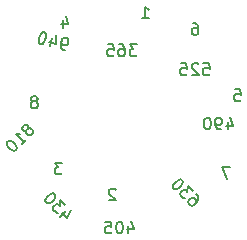
<source format=gbr>
G04 #@! TF.GenerationSoftware,KiCad,Pcbnew,(5.1.5)-3*
G04 #@! TF.CreationDate,2021-01-26T15:57:08+01:00*
G04 #@! TF.ProjectId,LED_multiplexer,4c45445f-6d75-46c7-9469-706c65786572,v01*
G04 #@! TF.SameCoordinates,Original*
G04 #@! TF.FileFunction,Other,ECO2*
%FSLAX46Y46*%
G04 Gerber Fmt 4.6, Leading zero omitted, Abs format (unit mm)*
G04 Created by KiCad (PCBNEW (5.1.5)-3) date 2021-01-26 15:57:08*
%MOMM*%
%LPD*%
G04 APERTURE LIST*
%ADD10C,0.150000*%
G04 APERTURE END LIST*
D10*
X22256599Y-37075042D02*
X22290270Y-36974026D01*
X22290270Y-36906683D01*
X22256599Y-36805668D01*
X22222927Y-36771996D01*
X22121912Y-36738324D01*
X22054568Y-36738324D01*
X21953553Y-36771996D01*
X21818866Y-36906683D01*
X21785194Y-37007698D01*
X21785194Y-37075042D01*
X21818866Y-37176057D01*
X21852538Y-37209729D01*
X21953553Y-37243400D01*
X22020896Y-37243400D01*
X22121912Y-37209729D01*
X22256599Y-37075042D01*
X22357614Y-37041370D01*
X22424957Y-37041370D01*
X22525973Y-37075042D01*
X22660660Y-37209729D01*
X22694331Y-37310744D01*
X22694331Y-37378087D01*
X22660660Y-37479103D01*
X22525973Y-37613790D01*
X22424957Y-37647461D01*
X22357614Y-37647461D01*
X22256599Y-37613790D01*
X22121912Y-37479103D01*
X22088240Y-37378087D01*
X22088240Y-37310744D01*
X22121912Y-37209729D01*
X21717851Y-38421912D02*
X22121912Y-38017851D01*
X21919881Y-38219881D02*
X21212774Y-37512774D01*
X21381133Y-37546446D01*
X21515820Y-37546446D01*
X21616835Y-37512774D01*
X20573011Y-38152538D02*
X20505668Y-38219881D01*
X20471996Y-38320896D01*
X20471996Y-38388240D01*
X20505668Y-38489255D01*
X20606683Y-38657614D01*
X20775042Y-38825973D01*
X20943400Y-38926988D01*
X21044416Y-38960660D01*
X21111759Y-38960660D01*
X21212774Y-38926988D01*
X21280118Y-38859644D01*
X21313790Y-38758629D01*
X21313790Y-38691286D01*
X21280118Y-38590270D01*
X21179103Y-38421912D01*
X21010744Y-38253553D01*
X20842385Y-38152538D01*
X20741370Y-38118866D01*
X20674026Y-38118866D01*
X20573011Y-38152538D01*
X36525973Y-42651522D02*
X36660660Y-42786209D01*
X36694331Y-42887225D01*
X36694331Y-42954568D01*
X36660660Y-43122927D01*
X36559644Y-43291286D01*
X36290270Y-43560660D01*
X36189255Y-43594331D01*
X36121912Y-43594331D01*
X36020896Y-43560660D01*
X35886209Y-43425973D01*
X35852538Y-43324957D01*
X35852538Y-43257614D01*
X35886209Y-43156599D01*
X36054568Y-42988240D01*
X36155583Y-42954568D01*
X36222927Y-42954568D01*
X36323942Y-42988240D01*
X36458629Y-43122927D01*
X36492301Y-43223942D01*
X36492301Y-43291286D01*
X36458629Y-43392301D01*
X36222927Y-42348477D02*
X35785194Y-41910744D01*
X35751522Y-42415820D01*
X35650507Y-42314805D01*
X35549492Y-42281133D01*
X35482148Y-42281133D01*
X35381133Y-42314805D01*
X35212774Y-42483164D01*
X35179103Y-42584179D01*
X35179103Y-42651522D01*
X35212774Y-42752538D01*
X35414805Y-42954568D01*
X35515820Y-42988240D01*
X35583164Y-42988240D01*
X35347461Y-41473011D02*
X35280118Y-41405668D01*
X35179103Y-41371996D01*
X35111759Y-41371996D01*
X35010744Y-41405668D01*
X34842385Y-41506683D01*
X34674026Y-41675042D01*
X34573011Y-41843400D01*
X34539339Y-41944416D01*
X34539339Y-42011759D01*
X34573011Y-42112774D01*
X34640355Y-42180118D01*
X34741370Y-42213790D01*
X34808713Y-42213790D01*
X34909729Y-42180118D01*
X35078087Y-42079103D01*
X35246446Y-41910744D01*
X35347461Y-41742385D01*
X35381133Y-41641370D01*
X35381133Y-41574026D01*
X35347461Y-41473011D01*
X37114285Y-31552380D02*
X37590476Y-31552380D01*
X37638095Y-32028571D01*
X37590476Y-31980952D01*
X37495238Y-31933333D01*
X37257142Y-31933333D01*
X37161904Y-31980952D01*
X37114285Y-32028571D01*
X37066666Y-32123809D01*
X37066666Y-32361904D01*
X37114285Y-32457142D01*
X37161904Y-32504761D01*
X37257142Y-32552380D01*
X37495238Y-32552380D01*
X37590476Y-32504761D01*
X37638095Y-32457142D01*
X36685714Y-31647619D02*
X36638095Y-31600000D01*
X36542857Y-31552380D01*
X36304761Y-31552380D01*
X36209523Y-31600000D01*
X36161904Y-31647619D01*
X36114285Y-31742857D01*
X36114285Y-31838095D01*
X36161904Y-31980952D01*
X36733333Y-32552380D01*
X36114285Y-32552380D01*
X35209523Y-31552380D02*
X35685714Y-31552380D01*
X35733333Y-32028571D01*
X35685714Y-31980952D01*
X35590476Y-31933333D01*
X35352380Y-31933333D01*
X35257142Y-31980952D01*
X35209523Y-32028571D01*
X35161904Y-32123809D01*
X35161904Y-32361904D01*
X35209523Y-32457142D01*
X35257142Y-32504761D01*
X35352380Y-32552380D01*
X35590476Y-32552380D01*
X35685714Y-32504761D01*
X35733333Y-32457142D01*
X39161904Y-36485714D02*
X39161904Y-37152380D01*
X39400000Y-36104761D02*
X39638095Y-36819047D01*
X39019047Y-36819047D01*
X38590476Y-37152380D02*
X38400000Y-37152380D01*
X38304761Y-37104761D01*
X38257142Y-37057142D01*
X38161904Y-36914285D01*
X38114285Y-36723809D01*
X38114285Y-36342857D01*
X38161904Y-36247619D01*
X38209523Y-36200000D01*
X38304761Y-36152380D01*
X38495238Y-36152380D01*
X38590476Y-36200000D01*
X38638095Y-36247619D01*
X38685714Y-36342857D01*
X38685714Y-36580952D01*
X38638095Y-36676190D01*
X38590476Y-36723809D01*
X38495238Y-36771428D01*
X38304761Y-36771428D01*
X38209523Y-36723809D01*
X38161904Y-36676190D01*
X38114285Y-36580952D01*
X37495238Y-36152380D02*
X37400000Y-36152380D01*
X37304761Y-36200000D01*
X37257142Y-36247619D01*
X37209523Y-36342857D01*
X37161904Y-36533333D01*
X37161904Y-36771428D01*
X37209523Y-36961904D01*
X37257142Y-37057142D01*
X37304761Y-37104761D01*
X37400000Y-37152380D01*
X37495238Y-37152380D01*
X37590476Y-37104761D01*
X37638095Y-37057142D01*
X37685714Y-36961904D01*
X37733333Y-36771428D01*
X37733333Y-36533333D01*
X37685714Y-36342857D01*
X37638095Y-36247619D01*
X37590476Y-36200000D01*
X37495238Y-36152380D01*
X25386830Y-30432759D02*
X25202844Y-30383460D01*
X25123176Y-30312814D01*
X25089504Y-30254493D01*
X25034485Y-30091854D01*
X25037788Y-29895544D01*
X25136385Y-29527572D01*
X25207031Y-29447904D01*
X25265353Y-29414232D01*
X25369670Y-29392885D01*
X25553656Y-29442184D01*
X25633324Y-29512830D01*
X25666996Y-29571151D01*
X25688343Y-29675469D01*
X25626719Y-29905451D01*
X25556074Y-29985119D01*
X25497752Y-30018791D01*
X25393435Y-30040138D01*
X25209449Y-29990839D01*
X25129781Y-29920193D01*
X25096109Y-29861872D01*
X25074762Y-29757554D01*
X24271475Y-29443717D02*
X24098929Y-30087667D01*
X24600055Y-29137368D02*
X24645167Y-29888939D01*
X24047212Y-29728718D01*
X23667801Y-28936871D02*
X23575808Y-28912221D01*
X23471490Y-28933568D01*
X23413169Y-28967240D01*
X23342523Y-29046908D01*
X23247228Y-29218569D01*
X23185604Y-29448552D01*
X23182302Y-29644862D01*
X23203649Y-29749180D01*
X23237321Y-29807501D01*
X23316989Y-29878147D01*
X23408982Y-29902796D01*
X23513299Y-29881449D01*
X23571621Y-29847778D01*
X23642267Y-29768109D01*
X23737562Y-29596448D01*
X23799185Y-29366466D01*
X23802488Y-29170155D01*
X23781141Y-29065838D01*
X23747469Y-29007516D01*
X23667801Y-28936871D01*
X25490270Y-44087225D02*
X25018866Y-44558629D01*
X25928003Y-43986209D02*
X25591286Y-44659644D01*
X25153553Y-44221912D01*
X25422927Y-43548477D02*
X24985194Y-43110744D01*
X24951522Y-43615820D01*
X24850507Y-43514805D01*
X24749492Y-43481133D01*
X24682148Y-43481133D01*
X24581133Y-43514805D01*
X24412774Y-43683164D01*
X24379103Y-43784179D01*
X24379103Y-43851522D01*
X24412774Y-43952538D01*
X24614805Y-44154568D01*
X24715820Y-44188240D01*
X24783164Y-44188240D01*
X24547461Y-42673011D02*
X24480118Y-42605668D01*
X24379103Y-42571996D01*
X24311759Y-42571996D01*
X24210744Y-42605668D01*
X24042385Y-42706683D01*
X23874026Y-42875042D01*
X23773011Y-43043400D01*
X23739339Y-43144416D01*
X23739339Y-43211759D01*
X23773011Y-43312774D01*
X23840355Y-43380118D01*
X23941370Y-43413790D01*
X24008713Y-43413790D01*
X24109729Y-43380118D01*
X24278087Y-43279103D01*
X24446446Y-43110744D01*
X24547461Y-42942385D01*
X24581133Y-42841370D01*
X24581133Y-42774026D01*
X24547461Y-42673011D01*
X30761904Y-45285714D02*
X30761904Y-45952380D01*
X31000000Y-44904761D02*
X31238095Y-45619047D01*
X30619047Y-45619047D01*
X30047619Y-44952380D02*
X29952380Y-44952380D01*
X29857142Y-45000000D01*
X29809523Y-45047619D01*
X29761904Y-45142857D01*
X29714285Y-45333333D01*
X29714285Y-45571428D01*
X29761904Y-45761904D01*
X29809523Y-45857142D01*
X29857142Y-45904761D01*
X29952380Y-45952380D01*
X30047619Y-45952380D01*
X30142857Y-45904761D01*
X30190476Y-45857142D01*
X30238095Y-45761904D01*
X30285714Y-45571428D01*
X30285714Y-45333333D01*
X30238095Y-45142857D01*
X30190476Y-45047619D01*
X30142857Y-45000000D01*
X30047619Y-44952380D01*
X28809523Y-44952380D02*
X29285714Y-44952380D01*
X29333333Y-45428571D01*
X29285714Y-45380952D01*
X29190476Y-45333333D01*
X28952380Y-45333333D01*
X28857142Y-45380952D01*
X28809523Y-45428571D01*
X28761904Y-45523809D01*
X28761904Y-45761904D01*
X28809523Y-45857142D01*
X28857142Y-45904761D01*
X28952380Y-45952380D01*
X29190476Y-45952380D01*
X29285714Y-45904761D01*
X29333333Y-45857142D01*
X31485714Y-29952380D02*
X30866666Y-29952380D01*
X31200000Y-30333333D01*
X31057142Y-30333333D01*
X30961904Y-30380952D01*
X30914285Y-30428571D01*
X30866666Y-30523809D01*
X30866666Y-30761904D01*
X30914285Y-30857142D01*
X30961904Y-30904761D01*
X31057142Y-30952380D01*
X31342857Y-30952380D01*
X31438095Y-30904761D01*
X31485714Y-30857142D01*
X30009523Y-29952380D02*
X30200000Y-29952380D01*
X30295238Y-30000000D01*
X30342857Y-30047619D01*
X30438095Y-30190476D01*
X30485714Y-30380952D01*
X30485714Y-30761904D01*
X30438095Y-30857142D01*
X30390476Y-30904761D01*
X30295238Y-30952380D01*
X30104761Y-30952380D01*
X30009523Y-30904761D01*
X29961904Y-30857142D01*
X29914285Y-30761904D01*
X29914285Y-30523809D01*
X29961904Y-30428571D01*
X30009523Y-30380952D01*
X30104761Y-30333333D01*
X30295238Y-30333333D01*
X30390476Y-30380952D01*
X30438095Y-30428571D01*
X30485714Y-30523809D01*
X29009523Y-29952380D02*
X29485714Y-29952380D01*
X29533333Y-30428571D01*
X29485714Y-30380952D01*
X29390476Y-30333333D01*
X29152380Y-30333333D01*
X29057142Y-30380952D01*
X29009523Y-30428571D01*
X28961904Y-30523809D01*
X28961904Y-30761904D01*
X29009523Y-30857142D01*
X29057142Y-30904761D01*
X29152380Y-30952380D01*
X29390476Y-30952380D01*
X29485714Y-30904761D01*
X29533333Y-30857142D01*
X31914285Y-27752380D02*
X32485714Y-27752380D01*
X32200000Y-27752380D02*
X32200000Y-26752380D01*
X32295238Y-26895238D01*
X32390476Y-26990476D01*
X32485714Y-27038095D01*
X22704761Y-34780952D02*
X22609523Y-34733333D01*
X22561904Y-34685714D01*
X22514285Y-34590476D01*
X22514285Y-34542857D01*
X22561904Y-34447619D01*
X22609523Y-34400000D01*
X22704761Y-34352380D01*
X22895238Y-34352380D01*
X22990476Y-34400000D01*
X23038095Y-34447619D01*
X23085714Y-34542857D01*
X23085714Y-34590476D01*
X23038095Y-34685714D01*
X22990476Y-34733333D01*
X22895238Y-34780952D01*
X22704761Y-34780952D01*
X22609523Y-34828571D01*
X22561904Y-34876190D01*
X22514285Y-34971428D01*
X22514285Y-35161904D01*
X22561904Y-35257142D01*
X22609523Y-35304761D01*
X22704761Y-35352380D01*
X22895238Y-35352380D01*
X22990476Y-35304761D01*
X23038095Y-35257142D01*
X23085714Y-35161904D01*
X23085714Y-34971428D01*
X23038095Y-34876190D01*
X22990476Y-34828571D01*
X22895238Y-34780952D01*
X39333333Y-40352380D02*
X38666666Y-40352380D01*
X39095238Y-41352380D01*
X36209523Y-28152380D02*
X36400000Y-28152380D01*
X36495238Y-28200000D01*
X36542857Y-28247619D01*
X36638095Y-28390476D01*
X36685714Y-28580952D01*
X36685714Y-28961904D01*
X36638095Y-29057142D01*
X36590476Y-29104761D01*
X36495238Y-29152380D01*
X36304761Y-29152380D01*
X36209523Y-29104761D01*
X36161904Y-29057142D01*
X36114285Y-28961904D01*
X36114285Y-28723809D01*
X36161904Y-28628571D01*
X36209523Y-28580952D01*
X36304761Y-28533333D01*
X36495238Y-28533333D01*
X36590476Y-28580952D01*
X36638095Y-28628571D01*
X36685714Y-28723809D01*
X39761904Y-33752380D02*
X40238095Y-33752380D01*
X40285714Y-34228571D01*
X40238095Y-34180952D01*
X40142857Y-34133333D01*
X39904761Y-34133333D01*
X39809523Y-34180952D01*
X39761904Y-34228571D01*
X39714285Y-34323809D01*
X39714285Y-34561904D01*
X39761904Y-34657142D01*
X39809523Y-34704761D01*
X39904761Y-34752380D01*
X40142857Y-34752380D01*
X40238095Y-34704761D01*
X40285714Y-34657142D01*
X25209523Y-27885714D02*
X25209523Y-28552380D01*
X25447619Y-27504761D02*
X25685714Y-28219047D01*
X25066666Y-28219047D01*
X25133333Y-39952380D02*
X24514285Y-39952380D01*
X24847619Y-40333333D01*
X24704761Y-40333333D01*
X24609523Y-40380952D01*
X24561904Y-40428571D01*
X24514285Y-40523809D01*
X24514285Y-40761904D01*
X24561904Y-40857142D01*
X24609523Y-40904761D01*
X24704761Y-40952380D01*
X24990476Y-40952380D01*
X25085714Y-40904761D01*
X25133333Y-40857142D01*
X29685714Y-42247619D02*
X29638095Y-42200000D01*
X29542857Y-42152380D01*
X29304761Y-42152380D01*
X29209523Y-42200000D01*
X29161904Y-42247619D01*
X29114285Y-42342857D01*
X29114285Y-42438095D01*
X29161904Y-42580952D01*
X29733333Y-43152380D01*
X29114285Y-43152380D01*
M02*

</source>
